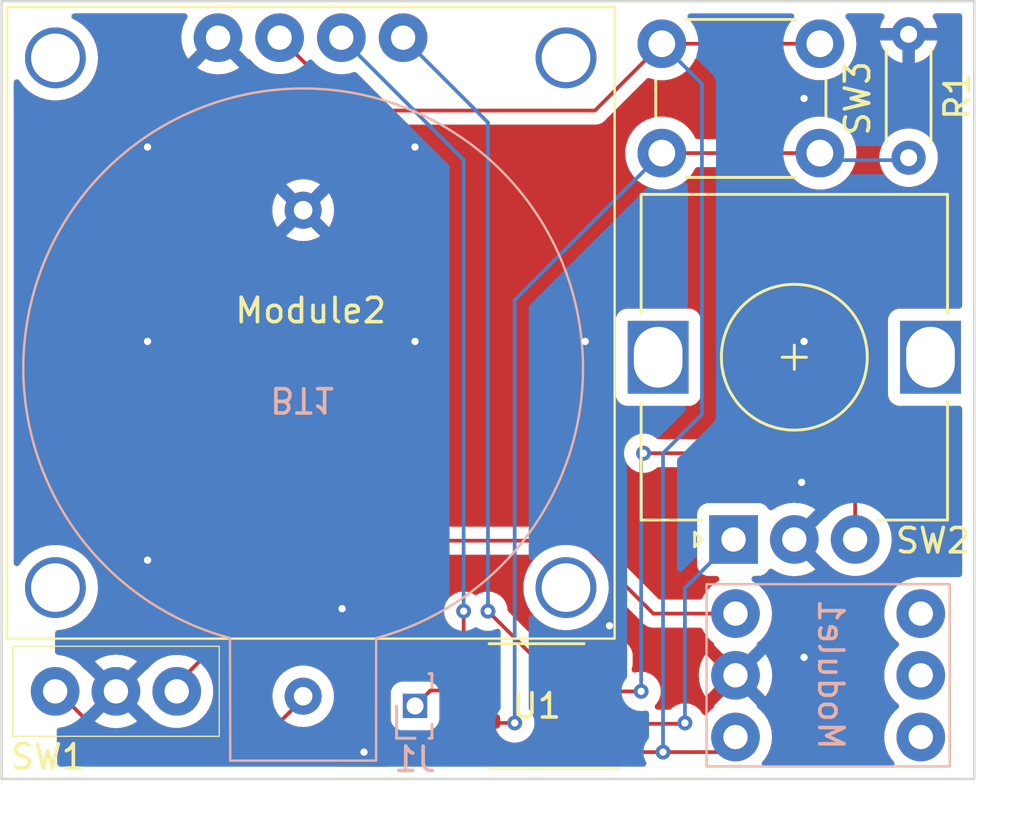
<source format=kicad_pcb>
(kicad_pcb (version 20221018) (generator pcbnew)
  (layers (0 "F.Cu" signal) (31 "B.Cu" signal) (34 "B.Paste" user) (35 "F.Paste" user) (36 "B.SilkS" user "B.Silkscreen") (37 "F.SilkS" user "F.Silkscreen") (38 "B.Mask" user) (39 "F.Mask" user) (44 "Edge.Cuts" user))
  (net 0 "")
  (net 1 "+3.3V")
  (net 2 "/SCL")
  (net 3 "/SDA")
  (net 4 "Net-(U1-PA3)")
  (net 5 "Net-(U1-PA6)")
  (net 6 "Net-(U1-PA7)")
  (net 7 "Net-(BT1-+)")
  (net 8 "-BATT")
  (net 9 "Net-(J1-Pin_1)")
  (net 10 "Net-(Module1-Pin_1)")
  (footprint "Resistor_THT:R_Axial_DIN0204_L3.6mm_D1.6mm_P5.08mm_Horizontal" (layer "F.Cu") (at 193.2 74.34 90)
    (fp_text reference "R1" (at 2.54 2 90) (layer "F.SilkS"))
    (fp_text value "4.7k")
    (fp_line (start 0.62 -0.92) (end 4.46 -0.92) (stroke (width 0.12)) (layer "F.SilkS"))
    (fp_line (start 0.62 0.92) (end 4.46 0.92) (stroke (width 0.12)) (layer "F.SilkS"))
    (pad "1" thru_hole circle (at 0 0 90) (size 1.4 1.4) (drill 0.7) (layers "*.Cu" "*.Mask") (net 4 "Net-(U1-PA3)"))
    (pad "2" thru_hole oval (at 5.08 0 90) (size 1.4 1.4) (drill 0.7) (layers "*.Cu" "*.Mask") (net 8 "-BATT"))
  )
  (footprint "MyLibrary:スライドスイッチ 1回路2接点" (layer "F.Cu") (at 160.6 96.3)
    (fp_text reference "SW1" (at -2.8 2.7 unlocked) (layer "F.SilkS"))
    (fp_text value "PWR_SWITCH")
    (fp_rect (start -4.25 -1.855) (end 4.25 1.85) (stroke (width 0.05)) (fill none) (layer "F.SilkS"))
    (pad "1" thru_hole circle (at 0 0) (size 2 2) (drill 1) (layers "*.Cu" "*.Mask") (net 8 "-BATT"))
    (pad "2" thru_hole circle (at 2.5 0) (size 2 2) (drill 1) (layers "*.Cu" "*.Mask") (net 10 "Net-(Module1-Pin_1)"))
    (pad "3" thru_hole circle (at -2.5 0) (size 2 2) (drill 1) (layers "*.Cu" "*.Mask") (net 7 "Net-(BT1-+)"))
  )
  (footprint "Button_Switch_THT:SW_PUSH_6mm" (layer "F.Cu") (at 183.05 69.65)
    (fp_text reference "SW3" (at 8.05 2.25 90) (layer "F.SilkS"))
    (fp_text value "REST_VAL")
    (fp_line (start -0.25 1.5) (end -0.25 3) (stroke (width 0.12)) (layer "F.SilkS"))
    (fp_line (start 1 5.5) (end 5.5 5.5) (stroke (width 0.12)) (layer "F.SilkS"))
    (fp_line (start 5.5 -1) (end 1 -1) (stroke (width 0.12)) (layer "F.SilkS"))
    (fp_line (start 6.75 3) (end 6.75 1.5) (stroke (width 0.12)) (layer "F.SilkS"))
    (pad "1" thru_hole circle (at 0 0 90) (size 2 2) (drill 1.1) (layers "*.Cu" "*.Mask") (net 1 "+3.3V"))
    (pad "1" thru_hole circle (at 6.5 0 90) (size 2 2) (drill 1.1) (layers "*.Cu" "*.Mask") (net 1 "+3.3V"))
    (pad "2" thru_hole circle (at 0 4.5 90) (size 2 2) (drill 1.1) (layers "*.Cu" "*.Mask") (net 4 "Net-(U1-PA3)"))
    (pad "2" thru_hole circle (at 6.5 4.5 90) (size 2 2) (drill 1.1) (layers "*.Cu" "*.Mask") (net 4 "Net-(U1-PA3)"))
  )
  (footprint "Package_SO:SOIC-8_3.9x4.9mm_P1.27mm" (layer "F.Cu") (at 177.9 96.9 180)
    (fp_text reference "U1" (at 0 0) (layer "F.SilkS"))
    (fp_text value "ATtiny202-SS")
    (fp_line (start 0 -2.56) (end -3.45 -2.56) (stroke (width 0.12)) (layer "F.SilkS"))
    (fp_line (start 0 -2.56) (end 1.95 -2.56) (stroke (width 0.12)) (layer "F.SilkS"))
    (fp_line (start 0 2.56) (end -1.95 2.56) (stroke (width 0.12)) (layer "F.SilkS"))
    (fp_line (start 0 2.56) (end 1.95 2.56) (stroke (width 0.12)) (layer "F.SilkS"))
    (pad "1" smd roundrect (at -2.475 -1.905 180) (size 1.95 0.6) (layers "F.Cu" "F.Paste" "F.Mask") (net 1 "+3.3V"))
    (pad "2" smd roundrect (at -2.475 -0.635 180) (size 1.95 0.6) (layers "F.Cu" "F.Paste" "F.Mask") (net 5 "Net-(U1-PA6)"))
    (pad "3" smd roundrect (at -2.475 0.635 180) (size 1.95 0.6) (layers "F.Cu" "F.Paste" "F.Mask") (net 6 "Net-(U1-PA7)"))
    (pad "4" smd roundrect (at -2.475 1.905 180) (size 1.95 0.6) (layers "F.Cu" "F.Paste" "F.Mask") (net 3 "/SDA"))
    (pad "5" smd roundrect (at 2.475 1.905 180) (size 1.95 0.6) (layers "F.Cu" "F.Paste" "F.Mask") (net 2 "/SCL"))
    (pad "6" smd roundrect (at 2.475 0.635 180) (size 1.95 0.6) (layers "F.Cu" "F.Paste" "F.Mask") (net 9 "Net-(J1-Pin_1)"))
    (pad "7" smd roundrect (at 2.475 -0.635 180) (size 1.95 0.6) (layers "F.Cu" "F.Paste" "F.Mask") (net 4 "Net-(U1-PA3)"))
    (pad "8" smd roundrect (at 2.475 -1.905 180) (size 1.95 0.6) (layers "F.Cu" "F.Paste" "F.Mask") (net 8 "-BATT"))
  )
  (footprint "MyLibrary:RotaryEncoder_Alps_EC12E_Vertical_H20mm" (layer "F.Cu") (at 186 90.05 90)
    (fp_text reference "SW2" (at -0.05 8.2 180) (layer "F.SilkS"))
    (fp_text value "RotaryEncoder")
    (fp_line (start -0.3 -1.6) (end 0.3 -1.6) (stroke (width 0.12)) (layer "F.SilkS"))
    (fp_line (start 0 -1.3) (end -0.3 -1.6) (stroke (width 0.12)) (layer "F.SilkS"))
    (fp_line (start 0.3 -1.6) (end 0 -1.3) (stroke (width 0.12)) (layer "F.SilkS"))
    (fp_line (start 0.8 -3.8) (end 0.8 -1.3) (stroke (width 0.12)) (layer "F.SilkS"))
    (fp_line (start 0.8 8.8) (end 0.8 6) (stroke (width 0.12)) (layer "F.SilkS"))
    (fp_line (start 5.6 -3.8) (end 0.8 -3.8) (stroke (width 0.12)) (layer "F.SilkS"))
    (fp_line (start 5.7 8.8) (end 0.8 8.8) (stroke (width 0.12)) (layer "F.SilkS"))
    (fp_line (start 7 2.5) (end 8 2.5) (stroke (width 0.12)) (layer "F.SilkS"))
    (fp_line (start 7.5 2) (end 7.5 3) (stroke (width 0.12)) (layer "F.SilkS"))
    (fp_line (start 9.3 -3.8) (end 14.2 -3.8) (stroke (width 0.12)) (layer "F.SilkS"))
    (fp_line (start 14.2 -3.8) (end 14.2 8.8) (stroke (width 0.12)) (layer "F.SilkS"))
    (fp_line (start 14.2 8.8) (end 9.3 8.8) (stroke (width 0.12)) (layer "F.SilkS"))
    (fp_circle (center 7.5 2.5) (end 10.5 2.5) (stroke (width 0.12)) (fill none) (layer "F.SilkS"))
    (pad "A" thru_hole rect (at 0 0 90) (size 2 2) (drill 1) (layers "*.Cu" "*.Mask") (net 5 "Net-(U1-PA6)"))
    (pad "B" thru_hole circle (at 0 5 90) (size 2 2) (drill 1) (layers "*.Cu" "*.Mask") (net 6 "Net-(U1-PA7)"))
    (pad "C" thru_hole circle (at 0 2.5 90) (size 2 2) (drill 1) (layers "*.Cu" "*.Mask") (net 8 "-BATT"))
    (pad "MP" thru_hole rect (at 7.5 -3.1 90) (size 3 2.5) (drill oval 2.5 2) (layers "*.Cu" "*.Mask"))
    (pad "MP" thru_hole rect (at 7.5 8.1 90) (size 3 2.5) (drill oval 2.5 2) (layers "*.Cu" "*.Mask"))
  )
  (footprint "MyLibrary:OLEDディスプレイ 128x64" (layer "F.Cu") (at 168.61 68.13)
    (fp_text reference "Module2" (at 0 12.5 unlocked) (layer "F.SilkS"))
    (fp_text value "OLED Display")
    (fp_rect (start -12.5 26) (end 12.5 0) (stroke (width 0.1)) (fill none) (layer "F.SilkS"))
    (pad "" np_thru_hole circle (at -10.5 2.1) (size 2.5 2.5) (drill 2) (layers "F&B.Cu" "*.Mask"))
    (pad "" np_thru_hole circle (at -10.5 23.9) (size 2.5 2.5) (drill 2) (layers "F&B.Cu" "*.Mask"))
    (pad "" np_thru_hole circle (at 10.5 2.1) (size 2.5 2.5) (drill 2) (layers "F&B.Cu" "*.Mask"))
    (pad "" np_thru_hole circle (at 10.5 23.9) (size 2.5 2.5) (drill 2) (layers "F&B.Cu" "*.Mask"))
    (pad "1" thru_hole circle (at -3.81 1.27) (size 2 2) (drill 1) (property pad_prop_fiducial_glob) (layers "*.Cu" "*.Mask") (net 8 "-BATT"))
    (pad "2" thru_hole circle (at -1.28 1.27) (size 2 2) (drill 1) (layers "*.Cu" "*.Mask") (net 1 "+3.3V"))
    (pad "3" thru_hole circle (at 1.26 1.27) (size 2 2) (drill 1) (layers "*.Cu" "*.Mask") (net 2 "/SCL"))
    (pad "4" thru_hole circle (at 3.8 1.27) (size 2 2) (drill 1) (layers "*.Cu" "*.Mask") (net 3 "/SDA"))
  )
  (footprint "MyLibrary:CH075-2032LF" (layer "B.Cu") (at 168.3 83)
    (fp_text reference "BT1" (at 0 1.3 180 unlocked) (layer "B.SilkS") (effects (justify mirror)))
    (fp_text value "CR2032")
    (fp_line (start -3 16.15) (end -3.01 11.108376) (stroke (width 0.1)) (layer "B.SilkS"))
    (fp_line (start 3 16.15) (end -3 16.15) (stroke (width 0.1)) (layer "B.SilkS"))
    (fp_line (start 3.002791 11.110327) (end 3 16.15) (stroke (width 0.1)) (layer "B.SilkS"))
    (fp_arc (start -3.01 11.108376) (mid 0.003734 -11.508958) (end 3.002791 11.110327) (stroke (width 0.1)) (layer "B.SilkS"))
    (pad "1" thru_hole circle (at 0 13.5) (size 1.524 1.524) (drill 0.762) (layers "*.Cu" "*.Mask") (net 7 "Net-(BT1-+)"))
    (pad "2" thru_hole circle (at 0 -6.5) (size 1.524 1.524) (drill 0.762) (layers "*.Cu" "*.Mask") (net 8 "-BATT"))
  )
  (footprint "MyLibrary:3.3V 出力昇圧DCDCコンバータ" (layer "B.Cu") (at 189.9 95.6)
    (fp_text reference "Module1" (at 0.1 0 270 unlocked) (layer "B.SilkS") (effects (justify mirror)))
    (fp_text value "3.3V DCDC Converter")
    (fp_rect (start -5.01 -3.71) (end 4.99 3.79) (stroke (width 0.1)) (fill none) (layer "B.SilkS"))
    (pad "" np_thru_hole circle (at 3.8 -2.5) (size 2 2) (drill 1) (layers "F&B.Cu" "*.Mask"))
    (pad "" np_thru_hole circle (at 3.8 0.04) (size 2 2) (drill 1) (layers "F&B.Cu" "*.Mask"))
    (pad "" np_thru_hole circle (at 3.8 2.58) (size 2 2) (drill 1) (layers "F&B.Cu" "*.Mask"))
    (pad "1" thru_hole circle (at -3.82 -2.5) (size 2 2) (drill 1) (layers "*.Cu" "*.Mask") (net 10 "Net-(Module1-Pin_1)"))
    (pad "2" thru_hole circle (at -3.82 0.04) (size 2 2) (drill 1) (layers "*.Cu" "*.Mask") (net 8 "-BATT"))
    (pad "3" thru_hole circle (at -3.82 2.58) (size 2 2) (drill 1) (layers "*.Cu" "*.Mask") (net 1 "+3.3V"))
  )
  (footprint "Connector_PinSocket_1.27mm:PinSocket_1x01_P1.27mm_Vertical" (layer "B.Cu") (at 172.9 96.9 -90)
    (fp_text reference "J1" (at 2.2 0 -180) (layer "B.SilkS") (effects (justify mirror)))
    (fp_text value "UPDI_Socket")
    (fp_line (start -1.33 -0.695) (end -0.76 -0.695) (stroke (width 0.12)) (layer "B.SilkS"))
    (fp_line (start -1.33 -0.575) (end -1.33 -0.695) (stroke (width 0.12)) (layer "B.SilkS"))
    (fp_line (start 0 0.76) (end 1.33 0.76) (stroke (width 0.12)) (layer "B.SilkS"))
    (fp_line (start 0.76 -0.695) (end 1.33 -0.695) (stroke (width 0.12)) (layer "B.SilkS"))
    (fp_line (start 1.33 -0.575) (end 1.33 -0.695) (stroke (width 0.12)) (layer "B.SilkS"))
    (fp_line (start 1.33 0.76) (end 1.33 0) (stroke (width 0.12)) (layer "B.SilkS"))
    (pad "1" thru_hole rect (at 0 0 270) (size 1 1) (drill 0.7) (layers "*.Cu" "*.Mask") (net 9 "Net-(J1-Pin_1)"))
  )
  (gr_rect (start 155.9 67.9) (end 195.9 99.9) (stroke (width 0.1)) (fill none) (layer "Edge.Cuts"))
  (segment (start 183.099992 98.8) (end 183.1 98.800008) (width 0.1524) (layer "F.Cu") (net 1))
  (segment (start 183.05 69.65) (end 180.3 72.4) (width 0.1524) (layer "F.Cu") (net 1))
  (segment (start 180.3 72.4) (end 170.33 72.4) (width 0.1524) (layer "F.Cu") (net 1))
  (segment (start 183.05 69.65) (end 189.55 69.65) (width 0.1524) (layer "F.Cu") (net 1))
  (segment (start 185.98 98.18) (end 185.36 98.8) (width 0.1524) (layer "F.Cu") (net 1))
  (segment (start 183.100008 98.8) (end 183.1 98.800008) (width 0.1524) (layer "F.Cu") (net 1))
  (segment (start 180.67 98.8) (end 183.099992 98.8) (width 0.1524) (layer "F.Cu") (net 1))
  (segment (start 170.33 72.4) (end 167.33 69.4) (width 0.1524) (layer "F.Cu") (net 1))
  (segment (start 185.36 98.8) (end 183.100008 98.8) (width 0.1524) (layer "F.Cu") (net 1))
  (via (at 183.1 98.800008) (size 0.61) (drill 0.3) (layers "F.Cu" "B.Cu") (net 1))
  (segment (start 183.1 86.5) (end 183.1 98.800008) (width 0.1524) (layer "B.Cu") (net 1))
  (segment (start 184.7 71.3) (end 184.7 84.9) (width 0.1524) (layer "B.Cu") (net 1))
  (segment (start 184.7 84.9) (end 183.1 86.5) (width 0.1524) (layer "B.Cu") (net 1))
  (segment (start 183.05 69.65) (end 184.7 71.3) (width 0.1524) (layer "B.Cu") (net 1))
  (segment (start 175.425 94.995) (end 174.9 94.47) (width 0.1524) (layer "F.Cu") (net 2))
  (segment (start 174.9 94.47) (end 174.9 93.000002) (width 0.1524) (layer "F.Cu") (net 2))
  (via (at 174.9 93.000002) (size 0.61) (drill 0.3) (layers "F.Cu" "B.Cu") (net 2))
  (segment (start 169.87 69.4) (end 174.9 74.43) (width 0.1524) (layer "B.Cu") (net 2))
  (segment (start 174.9 74.43) (end 174.9 93.000002) (width 0.1524) (layer "B.Cu") (net 2))
  (segment (start 180.375 94.995) (end 177.895 94.995) (width 0.1524) (layer "F.Cu") (net 3))
  (segment (start 177.895 94.995) (end 175.9 93) (width 0.1524) (layer "F.Cu") (net 3))
  (via (at 175.9 93) (size 0.61) (drill 0.3) (layers "F.Cu" "B.Cu") (net 3))
  (segment (start 172.41 69.4) (end 175.9 72.89) (width 0.1524) (layer "B.Cu") (net 3))
  (segment (start 175.9 72.89) (end 175.9 93) (width 0.1524) (layer "B.Cu") (net 3))
  (segment (start 175.79 97.6) (end 176.999992 97.6) (width 0.1524) (layer "F.Cu") (net 4))
  (segment (start 189.55 74.15) (end 183.05 74.15) (width 0.1524) (layer "F.Cu") (net 4))
  (via (at 176.999992 97.6) (size 0.61) (drill 0.3) (layers "F.Cu" "B.Cu") (net 4))
  (segment (start 189.84 74.44) (end 189.55 74.15) (width 0.1524) (layer "B.Cu") (net 4))
  (segment (start 193 74.44) (end 189.84 74.44) (width 0.1524) (layer "B.Cu") (net 4))
  (segment (start 183.05 74.15) (end 176.999992 80.200008) (width 0.1524) (layer "B.Cu") (net 4))
  (segment (start 176.999992 80.200008) (end 176.999992 97.6) (width 0.1524) (layer "B.Cu") (net 4))
  (segment (start 180.374998 97.635) (end 183.965 97.635) (width 0.1524) (layer "F.Cu") (net 5))
  (via (at 184 97.6) (size 0.61) (drill 0.3) (layers "F.Cu" "B.Cu") (net 5))
  (segment (start 184 92.05) (end 186 90.05) (width 0.1524) (layer "B.Cu") (net 5))
  (segment (start 184 97.6) (end 184 92.05) (width 0.1524) (layer "B.Cu") (net 5))
  (segment (start 191 87.2) (end 190.3 86.5) (width 0.1524) (layer "F.Cu") (net 6))
  (segment (start 190.3 86.5) (end 182.3 86.5) (width 0.1524) (layer "F.Cu") (net 6))
  (segment (start 180.71 96.3) (end 182.2 96.3) (width 0.1524) (layer "F.Cu") (net 6))
  (segment (start 191 90.05) (end 191 87.2) (width 0.1524) (layer "F.Cu") (net 6))
  (via (at 182.2 96.3) (size 0.61) (drill 0.3) (layers "F.Cu" "B.Cu") (net 6))
  (via (at 182.3 86.5) (size 0.61) (drill 0.3) (layers "F.Cu" "B.Cu") (net 6))
  (segment (start 182.2 86.6) (end 182.3 86.5) (width 0.1524) (layer "B.Cu") (net 6))
  (segment (start 182.2 96.3) (end 182.2 86.6) (width 0.1524) (layer "B.Cu") (net 6))
  (segment (start 158.2 96.3) (end 160.1 98.2) (width 0.1524) (layer "F.Cu") (net 7))
  (segment (start 166.7 98.2) (end 168.6 96.3) (width 0.1524) (layer "F.Cu") (net 7))
  (segment (start 160.1 98.2) (end 166.7 98.2) (width 0.1524) (layer "F.Cu") (net 7))
  (segment (start 170.8 98.8) (end 170.805 98.805) (width 0.1524) (layer "F.Cu") (net 8))
  (segment (start 170.805 98.805) (end 175.425 98.805) (width 0.1524) (layer "F.Cu") (net 8))
  (via (at 161.9 90.9) (size 0.61) (drill 0.3) (layers "F.Cu" "B.Cu") (net 8))
  (via (at 188.9 81.9) (size 0.61) (drill 0.3) (layers "F.Cu" "B.Cu") (net 8))
  (via (at 188.8 87.7) (size 0.61) (drill 0.3) (layers "F.Cu" "B.Cu") (net 8))
  (via (at 188.9 94.9) (size 0.61) (drill 0.3) (layers "F.Cu" "B.Cu") (net 8))
  (via (at 161.9 73.9) (size 0.61) (drill 0.3) (layers "F.Cu" "B.Cu") (net 8))
  (via (at 172.9 73.9) (size 0.61) (drill 0.3) (layers "F.Cu" "B.Cu") (net 8))
  (via (at 179.9 81.9) (size 0.61) (drill 0.3) (layers "F.Cu" "B.Cu") (net 8))
  (via (at 172.9 81.9) (size 0.61) (drill 0.3) (layers "F.Cu" "B.Cu") (net 8))
  (via (at 161.9 81.9) (size 0.61) (drill 0.3) (layers "F.Cu" "B.Cu") (net 8))
  (via (at 170.8 98.8) (size 0.61) (drill 0.3) (layers "F.Cu" "B.Cu") (net 8))
  (via (at 180.9 93.6) (size 0.61) (drill 0.3) (layers "F.Cu" "B.Cu") (net 8))
  (via (at 169.9 92.9) (size 0.61) (drill 0.3) (layers "F.Cu" "B.Cu") (net 8))
  (via (at 188.9 71.9) (size 0.61) (drill 0.3) (layers "F.Cu" "B.Cu") (net 8))
  (segment (start 173.535 96.265) (end 172.9 96.9) (width 0.1524) (layer "F.Cu") (net 9))
  (segment (start 175.425 96.265) (end 173.535 96.265) (width 0.1524) (layer "F.Cu") (net 9))
  (segment (start 182.7 93.1) (end 179.7 90.1) (width 0.1524) (layer "F.Cu") (net 10))
  (segment (start 169 90.1) (end 163.2 95.9) (width 0.1524) (layer "F.Cu") (net 10))
  (segment (start 186.08 93.1) (end 182.7 93.1) (width 0.1524) (layer "F.Cu") (net 10))
  (segment (start 179.7 90.1) (end 169 90.1) (width 0.1524) (layer "F.Cu") (net 10))
  (zone (net 0) (net_name "") (layer "F.Cu") (connect_pads (clearance 0)) (min_thickness 0.25)
    (keepout (tracks allowed) (vias allowed) (pads allowed) (copperpour not_allowed) (footprints allowed))
    (fill (thermal_gap 0.5) (thermal_bridge_width 0.5))
    (polygon (pts (xy 162.2 97.7) (xy 161.1 97.7) (xy 160.7 97.1) (xy 161.4 96.5) (xy 162.6 97.5)))
  )
  (zone (net 0) (net_name "") (layer "F.Cu") (connect_pads (clearance 0)) (min_thickness 0.25)
    (keepout (tracks allowed) (vias allowed) (pads allowed) (copperpour not_allowed) (footprints allowed))
    (fill (thermal_gap 0.5) (thermal_bridge_width 0.5))
    (polygon (pts (xy 175.966 94.82) (xy 179.395 94.947) (xy 179.395 99.646) (xy 175.966 99.392)))
  )
  (zone (net 0) (net_name "") (layer "F.Cu") (connect_pads (clearance 0)) (min_thickness 0.25)
    (keepout (tracks allowed) (vias allowed) (pads allowed) (copperpour not_allowed) (footprints allowed))
    (fill (thermal_gap 0.5) (thermal_bridge_width 0.5))
    (polygon (pts (xy 158.1 94.8) (xy 155.9 94.8) (xy 155.9 99.6) (xy 169.6 100) (xy 169.6 96.4) (xy 166.7 98.2) (xy 160.1 98.1)))
  )
  (zone (net 0) (net_name "") (layer "F.Cu") (connect_pads (clearance 0)) (min_thickness 0.25)
    (keepout (tracks allowed) (vias allowed) (pads allowed) (copperpour not_allowed) (footprints allowed))
    (fill (thermal_gap 0.5) (thermal_bridge_width 0.5))
    (polygon (pts (xy 171.9 97.3) (xy 171.9 99.7) (xy 175.966 99.392) (xy 175.5 97.1)))
  )
  (zone (net 0) (net_name "") (layers "F&B.Cu") (connect_pads (clearance 0)) (min_thickness 0.25)
    (keepout (tracks allowed) (vias allowed) (pads allowed) (copperpour not_allowed) (footprints allowed))
    (fill (thermal_gap 0.5) (thermal_bridge_width 0.5))
    (polygon (pts (xy 193.7 91.6) (xy 195.6 91.6) (xy 195.6 93.4)))
  )
  (zone (net 0) (net_name "") (layers "F&B.Cu") (connect_pads (clearance 0)) (min_thickness 0.25)
    (keepout (tracks allowed) (vias allowed) (pads allowed) (copperpour not_allowed) (footprints allowed))
    (fill (thermal_gap 0.5) (thermal_bridge_width 0.5))
    (polygon (pts (xy 158.1 93.6) (xy 158.1 96.2) (xy 155.9 96) (xy 156.1 92.1)))
  )
  (zone (net 8) (net_name "-BATT") (layers "F&B.Cu") (connect_pads (clearance 0.5)) (min_thickness 0.254) (fill yes (thermal_gap 0.508) (thermal_bridge_width 0.508))
    (polygon (pts (xy 156.4 99.4) (xy 156.4 68.4) (xy 195.4 68.4) (xy 195.4 99.4)))
  )
  (zone (net 0) (net_name "") (layer "B.Cu") (connect_pads (clearance 0)) (min_thickness 0.25)
    (keepout (tracks allowed) (vias allowed) (pads allowed) (copperpour not_allowed) (footprints allowed))
    (fill (thermal_gap 0.5) (thermal_bridge_width 0.5))
    (polygon (pts (xy 158.1 94.8) (xy 156.3 94.8) (xy 155.9 99.6) (xy 158.2 99.9)))
  )
  (zone (net 0) (net_name "") (layer "B.Cu") (connect_pads (clearance 0)) (min_thickness 0.25)
    (keepout (tracks allowed) (vias allowed) (pads allowed) (copperpour not_allowed) (footprints allowed))
    (fill (thermal_gap 0.5) (thermal_bridge_width 0.5))
    (polygon (pts (xy 184.3 93.5) (xy 185.9 94.5) (xy 185.9 97.8) (xy 184.3 97.9)))
  )
)
</source>
